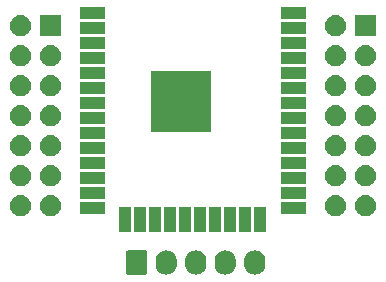
<source format=gbr>
G04 #@! TF.GenerationSoftware,KiCad,Pcbnew,6.0.0-rc1-unknown-bb2e402~66~ubuntu18.04.1*
G04 #@! TF.CreationDate,2019-04-16T15:47:46+02:00
G04 #@! TF.ProjectId,PentaESPConverter,50656e74-6145-4535-9043-6f6e76657274,rev?*
G04 #@! TF.SameCoordinates,Original*
G04 #@! TF.FileFunction,Soldermask,Top*
G04 #@! TF.FilePolarity,Negative*
%FSLAX46Y46*%
G04 Gerber Fmt 4.6, Leading zero omitted, Abs format (unit mm)*
G04 Created by KiCad (PCBNEW 6.0.0-rc1-unknown-bb2e402~66~ubuntu18.04.1) date Di 16 Apr 2019 15:47:46 CEST*
%MOMM*%
%LPD*%
G04 APERTURE LIST*
%ADD10C,0.100000*%
G04 APERTURE END LIST*
D10*
G36*
X133169126Y-118621037D02*
G01*
X133282352Y-118655384D01*
X133338966Y-118672557D01*
X133495489Y-118756221D01*
X133632686Y-118868814D01*
X133715948Y-118970271D01*
X133745278Y-119006009D01*
X133745279Y-119006011D01*
X133828943Y-119162533D01*
X133846116Y-119219147D01*
X133880463Y-119332373D01*
X133893500Y-119464742D01*
X133893500Y-119803257D01*
X133880463Y-119935626D01*
X133828943Y-120105466D01*
X133745278Y-120261991D01*
X133745277Y-120261992D01*
X133632686Y-120399186D01*
X133537751Y-120477096D01*
X133495491Y-120511778D01*
X133495489Y-120511779D01*
X133338967Y-120595443D01*
X133298234Y-120607799D01*
X133169127Y-120646963D01*
X132992500Y-120664359D01*
X132815874Y-120646963D01*
X132686767Y-120607799D01*
X132646034Y-120595443D01*
X132489512Y-120511779D01*
X132489510Y-120511778D01*
X132352316Y-120399186D01*
X132352312Y-120399183D01*
X132239722Y-120261992D01*
X132156057Y-120105467D01*
X132138884Y-120048853D01*
X132104537Y-119935627D01*
X132091500Y-119803258D01*
X132091500Y-119464743D01*
X132104537Y-119332374D01*
X132156057Y-119162535D01*
X132156057Y-119162534D01*
X132239721Y-119006011D01*
X132352314Y-118868814D01*
X132453771Y-118785552D01*
X132489509Y-118756222D01*
X132507413Y-118746652D01*
X132646033Y-118672557D01*
X132702647Y-118655384D01*
X132815873Y-118621037D01*
X132992500Y-118603641D01*
X133169126Y-118621037D01*
X133169126Y-118621037D01*
G37*
G36*
X135669126Y-118621037D02*
G01*
X135782352Y-118655384D01*
X135838966Y-118672557D01*
X135995489Y-118756221D01*
X136132686Y-118868814D01*
X136215948Y-118970271D01*
X136245278Y-119006009D01*
X136245279Y-119006011D01*
X136328943Y-119162533D01*
X136346116Y-119219147D01*
X136380463Y-119332373D01*
X136393500Y-119464742D01*
X136393500Y-119803257D01*
X136380463Y-119935626D01*
X136328943Y-120105466D01*
X136245278Y-120261991D01*
X136245277Y-120261992D01*
X136132686Y-120399186D01*
X136037751Y-120477096D01*
X135995491Y-120511778D01*
X135995489Y-120511779D01*
X135838967Y-120595443D01*
X135798234Y-120607799D01*
X135669127Y-120646963D01*
X135492500Y-120664359D01*
X135315874Y-120646963D01*
X135186767Y-120607799D01*
X135146034Y-120595443D01*
X134989512Y-120511779D01*
X134989510Y-120511778D01*
X134852316Y-120399186D01*
X134852312Y-120399183D01*
X134739722Y-120261992D01*
X134656057Y-120105467D01*
X134638884Y-120048853D01*
X134604537Y-119935627D01*
X134591500Y-119803258D01*
X134591500Y-119464743D01*
X134604537Y-119332374D01*
X134656057Y-119162535D01*
X134656057Y-119162534D01*
X134739721Y-119006011D01*
X134852314Y-118868814D01*
X134953771Y-118785552D01*
X134989509Y-118756222D01*
X135007413Y-118746652D01*
X135146033Y-118672557D01*
X135202647Y-118655384D01*
X135315873Y-118621037D01*
X135492500Y-118603641D01*
X135669126Y-118621037D01*
X135669126Y-118621037D01*
G37*
G36*
X140669126Y-118621037D02*
G01*
X140782352Y-118655384D01*
X140838966Y-118672557D01*
X140995489Y-118756221D01*
X141132686Y-118868814D01*
X141215948Y-118970271D01*
X141245278Y-119006009D01*
X141245279Y-119006011D01*
X141328943Y-119162533D01*
X141346116Y-119219147D01*
X141380463Y-119332373D01*
X141393500Y-119464742D01*
X141393500Y-119803257D01*
X141380463Y-119935626D01*
X141328943Y-120105466D01*
X141245278Y-120261991D01*
X141245277Y-120261992D01*
X141132686Y-120399186D01*
X141037751Y-120477096D01*
X140995491Y-120511778D01*
X140995489Y-120511779D01*
X140838967Y-120595443D01*
X140798234Y-120607799D01*
X140669127Y-120646963D01*
X140492500Y-120664359D01*
X140315874Y-120646963D01*
X140186767Y-120607799D01*
X140146034Y-120595443D01*
X139989512Y-120511779D01*
X139989510Y-120511778D01*
X139852316Y-120399186D01*
X139852312Y-120399183D01*
X139739722Y-120261992D01*
X139656057Y-120105467D01*
X139638884Y-120048853D01*
X139604537Y-119935627D01*
X139591500Y-119803258D01*
X139591500Y-119464743D01*
X139604537Y-119332374D01*
X139656057Y-119162535D01*
X139656057Y-119162534D01*
X139739721Y-119006011D01*
X139852314Y-118868814D01*
X139953771Y-118785552D01*
X139989509Y-118756222D01*
X140007413Y-118746652D01*
X140146033Y-118672557D01*
X140202647Y-118655384D01*
X140315873Y-118621037D01*
X140492500Y-118603641D01*
X140669126Y-118621037D01*
X140669126Y-118621037D01*
G37*
G36*
X138169126Y-118621037D02*
G01*
X138282352Y-118655384D01*
X138338966Y-118672557D01*
X138495489Y-118756221D01*
X138632686Y-118868814D01*
X138715948Y-118970271D01*
X138745278Y-119006009D01*
X138745279Y-119006011D01*
X138828943Y-119162533D01*
X138846116Y-119219147D01*
X138880463Y-119332373D01*
X138893500Y-119464742D01*
X138893500Y-119803257D01*
X138880463Y-119935626D01*
X138828943Y-120105466D01*
X138745278Y-120261991D01*
X138745277Y-120261992D01*
X138632686Y-120399186D01*
X138537751Y-120477096D01*
X138495491Y-120511778D01*
X138495489Y-120511779D01*
X138338967Y-120595443D01*
X138298234Y-120607799D01*
X138169127Y-120646963D01*
X137992500Y-120664359D01*
X137815874Y-120646963D01*
X137686767Y-120607799D01*
X137646034Y-120595443D01*
X137489512Y-120511779D01*
X137489510Y-120511778D01*
X137352316Y-120399186D01*
X137352312Y-120399183D01*
X137239722Y-120261992D01*
X137156057Y-120105467D01*
X137138884Y-120048853D01*
X137104537Y-119935627D01*
X137091500Y-119803258D01*
X137091500Y-119464743D01*
X137104537Y-119332374D01*
X137156057Y-119162535D01*
X137156057Y-119162534D01*
X137239721Y-119006011D01*
X137352314Y-118868814D01*
X137453771Y-118785552D01*
X137489509Y-118756222D01*
X137507413Y-118746652D01*
X137646033Y-118672557D01*
X137702647Y-118655384D01*
X137815873Y-118621037D01*
X137992500Y-118603641D01*
X138169126Y-118621037D01*
X138169126Y-118621037D01*
G37*
G36*
X131251100Y-118611989D02*
G01*
X131284149Y-118622014D01*
X131314606Y-118638294D01*
X131341299Y-118660201D01*
X131363206Y-118686894D01*
X131379486Y-118717351D01*
X131389511Y-118750400D01*
X131393500Y-118790904D01*
X131393500Y-120477096D01*
X131389511Y-120517600D01*
X131379486Y-120550649D01*
X131363206Y-120581106D01*
X131341299Y-120607799D01*
X131314606Y-120629706D01*
X131284149Y-120645986D01*
X131251100Y-120656011D01*
X131210596Y-120660000D01*
X129774404Y-120660000D01*
X129733900Y-120656011D01*
X129700851Y-120645986D01*
X129670394Y-120629706D01*
X129643701Y-120607799D01*
X129621794Y-120581106D01*
X129605514Y-120550649D01*
X129595489Y-120517600D01*
X129591500Y-120477096D01*
X129591500Y-118790904D01*
X129595489Y-118750400D01*
X129605514Y-118717351D01*
X129621794Y-118686894D01*
X129643701Y-118660201D01*
X129670394Y-118638294D01*
X129700851Y-118622014D01*
X129733900Y-118611989D01*
X129774404Y-118608000D01*
X131210596Y-118608000D01*
X131251100Y-118611989D01*
X131251100Y-118611989D01*
G37*
G36*
X140188501Y-117056001D02*
G01*
X139186501Y-117056001D01*
X139186501Y-114954001D01*
X140188501Y-114954001D01*
X140188501Y-117056001D01*
X140188501Y-117056001D01*
G37*
G36*
X130028501Y-117056001D02*
G01*
X129026501Y-117056001D01*
X129026501Y-114954001D01*
X130028501Y-114954001D01*
X130028501Y-117056001D01*
X130028501Y-117056001D01*
G37*
G36*
X131298501Y-117056001D02*
G01*
X130296501Y-117056001D01*
X130296501Y-114954001D01*
X131298501Y-114954001D01*
X131298501Y-117056001D01*
X131298501Y-117056001D01*
G37*
G36*
X132568501Y-117056001D02*
G01*
X131566501Y-117056001D01*
X131566501Y-114954001D01*
X132568501Y-114954001D01*
X132568501Y-117056001D01*
X132568501Y-117056001D01*
G37*
G36*
X133838501Y-117056001D02*
G01*
X132836501Y-117056001D01*
X132836501Y-114954001D01*
X133838501Y-114954001D01*
X133838501Y-117056001D01*
X133838501Y-117056001D01*
G37*
G36*
X135108501Y-117056001D02*
G01*
X134106501Y-117056001D01*
X134106501Y-114954001D01*
X135108501Y-114954001D01*
X135108501Y-117056001D01*
X135108501Y-117056001D01*
G37*
G36*
X136378501Y-117056001D02*
G01*
X135376501Y-117056001D01*
X135376501Y-114954001D01*
X136378501Y-114954001D01*
X136378501Y-117056001D01*
X136378501Y-117056001D01*
G37*
G36*
X137648501Y-117056001D02*
G01*
X136646501Y-117056001D01*
X136646501Y-114954001D01*
X137648501Y-114954001D01*
X137648501Y-117056001D01*
X137648501Y-117056001D01*
G37*
G36*
X138918501Y-117056001D02*
G01*
X137916501Y-117056001D01*
X137916501Y-114954001D01*
X138918501Y-114954001D01*
X138918501Y-117056001D01*
X138918501Y-117056001D01*
G37*
G36*
X141458501Y-117056001D02*
G01*
X140456501Y-117056001D01*
X140456501Y-114954001D01*
X141458501Y-114954001D01*
X141458501Y-117056001D01*
X141458501Y-117056001D01*
G37*
G36*
X149970442Y-113913518D02*
G01*
X150036627Y-113920037D01*
X150149853Y-113954384D01*
X150206467Y-113971557D01*
X150345087Y-114045652D01*
X150362991Y-114055222D01*
X150398729Y-114084552D01*
X150500186Y-114167814D01*
X150583448Y-114269271D01*
X150612778Y-114305009D01*
X150612779Y-114305011D01*
X150696443Y-114461533D01*
X150696443Y-114461534D01*
X150747963Y-114631373D01*
X150765359Y-114808000D01*
X150747963Y-114984627D01*
X150713616Y-115097853D01*
X150696443Y-115154467D01*
X150622348Y-115293087D01*
X150612778Y-115310991D01*
X150583448Y-115346729D01*
X150500186Y-115448186D01*
X150398729Y-115531448D01*
X150362991Y-115560778D01*
X150362989Y-115560779D01*
X150206467Y-115644443D01*
X150149853Y-115661616D01*
X150036627Y-115695963D01*
X149970442Y-115702482D01*
X149904260Y-115709000D01*
X149815740Y-115709000D01*
X149749558Y-115702482D01*
X149683373Y-115695963D01*
X149570147Y-115661616D01*
X149513533Y-115644443D01*
X149357011Y-115560779D01*
X149357009Y-115560778D01*
X149321271Y-115531448D01*
X149219814Y-115448186D01*
X149136552Y-115346729D01*
X149107222Y-115310991D01*
X149097652Y-115293087D01*
X149023557Y-115154467D01*
X149006384Y-115097853D01*
X148972037Y-114984627D01*
X148954641Y-114808000D01*
X148972037Y-114631373D01*
X149023557Y-114461534D01*
X149023557Y-114461533D01*
X149107221Y-114305011D01*
X149107222Y-114305009D01*
X149136552Y-114269271D01*
X149219814Y-114167814D01*
X149321271Y-114084552D01*
X149357009Y-114055222D01*
X149374913Y-114045652D01*
X149513533Y-113971557D01*
X149570147Y-113954384D01*
X149683373Y-113920037D01*
X149749558Y-113913518D01*
X149815740Y-113907000D01*
X149904260Y-113907000D01*
X149970442Y-113913518D01*
X149970442Y-113913518D01*
G37*
G36*
X147430442Y-113913518D02*
G01*
X147496627Y-113920037D01*
X147609853Y-113954384D01*
X147666467Y-113971557D01*
X147805087Y-114045652D01*
X147822991Y-114055222D01*
X147858729Y-114084552D01*
X147960186Y-114167814D01*
X148043448Y-114269271D01*
X148072778Y-114305009D01*
X148072779Y-114305011D01*
X148156443Y-114461533D01*
X148156443Y-114461534D01*
X148207963Y-114631373D01*
X148225359Y-114808000D01*
X148207963Y-114984627D01*
X148173616Y-115097853D01*
X148156443Y-115154467D01*
X148082348Y-115293087D01*
X148072778Y-115310991D01*
X148043448Y-115346729D01*
X147960186Y-115448186D01*
X147858729Y-115531448D01*
X147822991Y-115560778D01*
X147822989Y-115560779D01*
X147666467Y-115644443D01*
X147609853Y-115661616D01*
X147496627Y-115695963D01*
X147430442Y-115702482D01*
X147364260Y-115709000D01*
X147275740Y-115709000D01*
X147209558Y-115702482D01*
X147143373Y-115695963D01*
X147030147Y-115661616D01*
X146973533Y-115644443D01*
X146817011Y-115560779D01*
X146817009Y-115560778D01*
X146781271Y-115531448D01*
X146679814Y-115448186D01*
X146596552Y-115346729D01*
X146567222Y-115310991D01*
X146557652Y-115293087D01*
X146483557Y-115154467D01*
X146466384Y-115097853D01*
X146432037Y-114984627D01*
X146414641Y-114808000D01*
X146432037Y-114631373D01*
X146483557Y-114461534D01*
X146483557Y-114461533D01*
X146567221Y-114305011D01*
X146567222Y-114305009D01*
X146596552Y-114269271D01*
X146679814Y-114167814D01*
X146781271Y-114084552D01*
X146817009Y-114055222D01*
X146834913Y-114045652D01*
X146973533Y-113971557D01*
X147030147Y-113954384D01*
X147143373Y-113920037D01*
X147209558Y-113913518D01*
X147275740Y-113907000D01*
X147364260Y-113907000D01*
X147430442Y-113913518D01*
X147430442Y-113913518D01*
G37*
G36*
X123300442Y-113913518D02*
G01*
X123366627Y-113920037D01*
X123479853Y-113954384D01*
X123536467Y-113971557D01*
X123675087Y-114045652D01*
X123692991Y-114055222D01*
X123728729Y-114084552D01*
X123830186Y-114167814D01*
X123913448Y-114269271D01*
X123942778Y-114305009D01*
X123942779Y-114305011D01*
X124026443Y-114461533D01*
X124026443Y-114461534D01*
X124077963Y-114631373D01*
X124095359Y-114808000D01*
X124077963Y-114984627D01*
X124043616Y-115097853D01*
X124026443Y-115154467D01*
X123952348Y-115293087D01*
X123942778Y-115310991D01*
X123913448Y-115346729D01*
X123830186Y-115448186D01*
X123728729Y-115531448D01*
X123692991Y-115560778D01*
X123692989Y-115560779D01*
X123536467Y-115644443D01*
X123479853Y-115661616D01*
X123366627Y-115695963D01*
X123300442Y-115702482D01*
X123234260Y-115709000D01*
X123145740Y-115709000D01*
X123079558Y-115702482D01*
X123013373Y-115695963D01*
X122900147Y-115661616D01*
X122843533Y-115644443D01*
X122687011Y-115560779D01*
X122687009Y-115560778D01*
X122651271Y-115531448D01*
X122549814Y-115448186D01*
X122466552Y-115346729D01*
X122437222Y-115310991D01*
X122427652Y-115293087D01*
X122353557Y-115154467D01*
X122336384Y-115097853D01*
X122302037Y-114984627D01*
X122284641Y-114808000D01*
X122302037Y-114631373D01*
X122353557Y-114461534D01*
X122353557Y-114461533D01*
X122437221Y-114305011D01*
X122437222Y-114305009D01*
X122466552Y-114269271D01*
X122549814Y-114167814D01*
X122651271Y-114084552D01*
X122687009Y-114055222D01*
X122704913Y-114045652D01*
X122843533Y-113971557D01*
X122900147Y-113954384D01*
X123013373Y-113920037D01*
X123079558Y-113913518D01*
X123145740Y-113907000D01*
X123234260Y-113907000D01*
X123300442Y-113913518D01*
X123300442Y-113913518D01*
G37*
G36*
X120760442Y-113913518D02*
G01*
X120826627Y-113920037D01*
X120939853Y-113954384D01*
X120996467Y-113971557D01*
X121135087Y-114045652D01*
X121152991Y-114055222D01*
X121188729Y-114084552D01*
X121290186Y-114167814D01*
X121373448Y-114269271D01*
X121402778Y-114305009D01*
X121402779Y-114305011D01*
X121486443Y-114461533D01*
X121486443Y-114461534D01*
X121537963Y-114631373D01*
X121555359Y-114808000D01*
X121537963Y-114984627D01*
X121503616Y-115097853D01*
X121486443Y-115154467D01*
X121412348Y-115293087D01*
X121402778Y-115310991D01*
X121373448Y-115346729D01*
X121290186Y-115448186D01*
X121188729Y-115531448D01*
X121152991Y-115560778D01*
X121152989Y-115560779D01*
X120996467Y-115644443D01*
X120939853Y-115661616D01*
X120826627Y-115695963D01*
X120760442Y-115702482D01*
X120694260Y-115709000D01*
X120605740Y-115709000D01*
X120539558Y-115702482D01*
X120473373Y-115695963D01*
X120360147Y-115661616D01*
X120303533Y-115644443D01*
X120147011Y-115560779D01*
X120147009Y-115560778D01*
X120111271Y-115531448D01*
X120009814Y-115448186D01*
X119926552Y-115346729D01*
X119897222Y-115310991D01*
X119887652Y-115293087D01*
X119813557Y-115154467D01*
X119796384Y-115097853D01*
X119762037Y-114984627D01*
X119744641Y-114808000D01*
X119762037Y-114631373D01*
X119813557Y-114461534D01*
X119813557Y-114461533D01*
X119897221Y-114305011D01*
X119897222Y-114305009D01*
X119926552Y-114269271D01*
X120009814Y-114167814D01*
X120111271Y-114084552D01*
X120147009Y-114055222D01*
X120164913Y-114045652D01*
X120303533Y-113971557D01*
X120360147Y-113954384D01*
X120473373Y-113920037D01*
X120539558Y-113913518D01*
X120605740Y-113907000D01*
X120694260Y-113907000D01*
X120760442Y-113913518D01*
X120760442Y-113913518D01*
G37*
G36*
X127793501Y-115506001D02*
G01*
X125691501Y-115506001D01*
X125691501Y-114504001D01*
X127793501Y-114504001D01*
X127793501Y-115506001D01*
X127793501Y-115506001D01*
G37*
G36*
X144793501Y-115506001D02*
G01*
X142691501Y-115506001D01*
X142691501Y-114504001D01*
X144793501Y-114504001D01*
X144793501Y-115506001D01*
X144793501Y-115506001D01*
G37*
G36*
X127793501Y-114236001D02*
G01*
X125691501Y-114236001D01*
X125691501Y-113234001D01*
X127793501Y-113234001D01*
X127793501Y-114236001D01*
X127793501Y-114236001D01*
G37*
G36*
X144793501Y-114236001D02*
G01*
X142691501Y-114236001D01*
X142691501Y-113234001D01*
X144793501Y-113234001D01*
X144793501Y-114236001D01*
X144793501Y-114236001D01*
G37*
G36*
X120760443Y-111373519D02*
G01*
X120826627Y-111380037D01*
X120939853Y-111414384D01*
X120996467Y-111431557D01*
X121135087Y-111505652D01*
X121152991Y-111515222D01*
X121188729Y-111544552D01*
X121290186Y-111627814D01*
X121373448Y-111729271D01*
X121402778Y-111765009D01*
X121402779Y-111765011D01*
X121486443Y-111921533D01*
X121486443Y-111921534D01*
X121537963Y-112091373D01*
X121555359Y-112268000D01*
X121537963Y-112444627D01*
X121503616Y-112557853D01*
X121486443Y-112614467D01*
X121412348Y-112753087D01*
X121402778Y-112770991D01*
X121373448Y-112806729D01*
X121290186Y-112908186D01*
X121188729Y-112991448D01*
X121152991Y-113020778D01*
X121152989Y-113020779D01*
X120996467Y-113104443D01*
X120939853Y-113121616D01*
X120826627Y-113155963D01*
X120760442Y-113162482D01*
X120694260Y-113169000D01*
X120605740Y-113169000D01*
X120539558Y-113162482D01*
X120473373Y-113155963D01*
X120360147Y-113121616D01*
X120303533Y-113104443D01*
X120147011Y-113020779D01*
X120147009Y-113020778D01*
X120111271Y-112991448D01*
X120009814Y-112908186D01*
X119926552Y-112806729D01*
X119897222Y-112770991D01*
X119887652Y-112753087D01*
X119813557Y-112614467D01*
X119796384Y-112557853D01*
X119762037Y-112444627D01*
X119744641Y-112268000D01*
X119762037Y-112091373D01*
X119813557Y-111921534D01*
X119813557Y-111921533D01*
X119897221Y-111765011D01*
X119897222Y-111765009D01*
X119926552Y-111729271D01*
X120009814Y-111627814D01*
X120111271Y-111544552D01*
X120147009Y-111515222D01*
X120164913Y-111505652D01*
X120303533Y-111431557D01*
X120360147Y-111414384D01*
X120473373Y-111380037D01*
X120539557Y-111373519D01*
X120605740Y-111367000D01*
X120694260Y-111367000D01*
X120760443Y-111373519D01*
X120760443Y-111373519D01*
G37*
G36*
X123300443Y-111373519D02*
G01*
X123366627Y-111380037D01*
X123479853Y-111414384D01*
X123536467Y-111431557D01*
X123675087Y-111505652D01*
X123692991Y-111515222D01*
X123728729Y-111544552D01*
X123830186Y-111627814D01*
X123913448Y-111729271D01*
X123942778Y-111765009D01*
X123942779Y-111765011D01*
X124026443Y-111921533D01*
X124026443Y-111921534D01*
X124077963Y-112091373D01*
X124095359Y-112268000D01*
X124077963Y-112444627D01*
X124043616Y-112557853D01*
X124026443Y-112614467D01*
X123952348Y-112753087D01*
X123942778Y-112770991D01*
X123913448Y-112806729D01*
X123830186Y-112908186D01*
X123728729Y-112991448D01*
X123692991Y-113020778D01*
X123692989Y-113020779D01*
X123536467Y-113104443D01*
X123479853Y-113121616D01*
X123366627Y-113155963D01*
X123300442Y-113162482D01*
X123234260Y-113169000D01*
X123145740Y-113169000D01*
X123079558Y-113162482D01*
X123013373Y-113155963D01*
X122900147Y-113121616D01*
X122843533Y-113104443D01*
X122687011Y-113020779D01*
X122687009Y-113020778D01*
X122651271Y-112991448D01*
X122549814Y-112908186D01*
X122466552Y-112806729D01*
X122437222Y-112770991D01*
X122427652Y-112753087D01*
X122353557Y-112614467D01*
X122336384Y-112557853D01*
X122302037Y-112444627D01*
X122284641Y-112268000D01*
X122302037Y-112091373D01*
X122353557Y-111921534D01*
X122353557Y-111921533D01*
X122437221Y-111765011D01*
X122437222Y-111765009D01*
X122466552Y-111729271D01*
X122549814Y-111627814D01*
X122651271Y-111544552D01*
X122687009Y-111515222D01*
X122704913Y-111505652D01*
X122843533Y-111431557D01*
X122900147Y-111414384D01*
X123013373Y-111380037D01*
X123079557Y-111373519D01*
X123145740Y-111367000D01*
X123234260Y-111367000D01*
X123300443Y-111373519D01*
X123300443Y-111373519D01*
G37*
G36*
X147430443Y-111373519D02*
G01*
X147496627Y-111380037D01*
X147609853Y-111414384D01*
X147666467Y-111431557D01*
X147805087Y-111505652D01*
X147822991Y-111515222D01*
X147858729Y-111544552D01*
X147960186Y-111627814D01*
X148043448Y-111729271D01*
X148072778Y-111765009D01*
X148072779Y-111765011D01*
X148156443Y-111921533D01*
X148156443Y-111921534D01*
X148207963Y-112091373D01*
X148225359Y-112268000D01*
X148207963Y-112444627D01*
X148173616Y-112557853D01*
X148156443Y-112614467D01*
X148082348Y-112753087D01*
X148072778Y-112770991D01*
X148043448Y-112806729D01*
X147960186Y-112908186D01*
X147858729Y-112991448D01*
X147822991Y-113020778D01*
X147822989Y-113020779D01*
X147666467Y-113104443D01*
X147609853Y-113121616D01*
X147496627Y-113155963D01*
X147430442Y-113162482D01*
X147364260Y-113169000D01*
X147275740Y-113169000D01*
X147209558Y-113162482D01*
X147143373Y-113155963D01*
X147030147Y-113121616D01*
X146973533Y-113104443D01*
X146817011Y-113020779D01*
X146817009Y-113020778D01*
X146781271Y-112991448D01*
X146679814Y-112908186D01*
X146596552Y-112806729D01*
X146567222Y-112770991D01*
X146557652Y-112753087D01*
X146483557Y-112614467D01*
X146466384Y-112557853D01*
X146432037Y-112444627D01*
X146414641Y-112268000D01*
X146432037Y-112091373D01*
X146483557Y-111921534D01*
X146483557Y-111921533D01*
X146567221Y-111765011D01*
X146567222Y-111765009D01*
X146596552Y-111729271D01*
X146679814Y-111627814D01*
X146781271Y-111544552D01*
X146817009Y-111515222D01*
X146834913Y-111505652D01*
X146973533Y-111431557D01*
X147030147Y-111414384D01*
X147143373Y-111380037D01*
X147209557Y-111373519D01*
X147275740Y-111367000D01*
X147364260Y-111367000D01*
X147430443Y-111373519D01*
X147430443Y-111373519D01*
G37*
G36*
X149970443Y-111373519D02*
G01*
X150036627Y-111380037D01*
X150149853Y-111414384D01*
X150206467Y-111431557D01*
X150345087Y-111505652D01*
X150362991Y-111515222D01*
X150398729Y-111544552D01*
X150500186Y-111627814D01*
X150583448Y-111729271D01*
X150612778Y-111765009D01*
X150612779Y-111765011D01*
X150696443Y-111921533D01*
X150696443Y-111921534D01*
X150747963Y-112091373D01*
X150765359Y-112268000D01*
X150747963Y-112444627D01*
X150713616Y-112557853D01*
X150696443Y-112614467D01*
X150622348Y-112753087D01*
X150612778Y-112770991D01*
X150583448Y-112806729D01*
X150500186Y-112908186D01*
X150398729Y-112991448D01*
X150362991Y-113020778D01*
X150362989Y-113020779D01*
X150206467Y-113104443D01*
X150149853Y-113121616D01*
X150036627Y-113155963D01*
X149970442Y-113162482D01*
X149904260Y-113169000D01*
X149815740Y-113169000D01*
X149749558Y-113162482D01*
X149683373Y-113155963D01*
X149570147Y-113121616D01*
X149513533Y-113104443D01*
X149357011Y-113020779D01*
X149357009Y-113020778D01*
X149321271Y-112991448D01*
X149219814Y-112908186D01*
X149136552Y-112806729D01*
X149107222Y-112770991D01*
X149097652Y-112753087D01*
X149023557Y-112614467D01*
X149006384Y-112557853D01*
X148972037Y-112444627D01*
X148954641Y-112268000D01*
X148972037Y-112091373D01*
X149023557Y-111921534D01*
X149023557Y-111921533D01*
X149107221Y-111765011D01*
X149107222Y-111765009D01*
X149136552Y-111729271D01*
X149219814Y-111627814D01*
X149321271Y-111544552D01*
X149357009Y-111515222D01*
X149374913Y-111505652D01*
X149513533Y-111431557D01*
X149570147Y-111414384D01*
X149683373Y-111380037D01*
X149749557Y-111373519D01*
X149815740Y-111367000D01*
X149904260Y-111367000D01*
X149970443Y-111373519D01*
X149970443Y-111373519D01*
G37*
G36*
X144793501Y-112966001D02*
G01*
X142691501Y-112966001D01*
X142691501Y-111964001D01*
X144793501Y-111964001D01*
X144793501Y-112966001D01*
X144793501Y-112966001D01*
G37*
G36*
X127793501Y-112966001D02*
G01*
X125691501Y-112966001D01*
X125691501Y-111964001D01*
X127793501Y-111964001D01*
X127793501Y-112966001D01*
X127793501Y-112966001D01*
G37*
G36*
X144793501Y-111696001D02*
G01*
X142691501Y-111696001D01*
X142691501Y-110694001D01*
X144793501Y-110694001D01*
X144793501Y-111696001D01*
X144793501Y-111696001D01*
G37*
G36*
X127793501Y-111696001D02*
G01*
X125691501Y-111696001D01*
X125691501Y-110694001D01*
X127793501Y-110694001D01*
X127793501Y-111696001D01*
X127793501Y-111696001D01*
G37*
G36*
X120760443Y-108833519D02*
G01*
X120826627Y-108840037D01*
X120939853Y-108874384D01*
X120996467Y-108891557D01*
X121135087Y-108965652D01*
X121152991Y-108975222D01*
X121188729Y-109004552D01*
X121290186Y-109087814D01*
X121373448Y-109189271D01*
X121402778Y-109225009D01*
X121402779Y-109225011D01*
X121486443Y-109381533D01*
X121486443Y-109381534D01*
X121537963Y-109551373D01*
X121555359Y-109728000D01*
X121537963Y-109904627D01*
X121503616Y-110017853D01*
X121486443Y-110074467D01*
X121412348Y-110213087D01*
X121402778Y-110230991D01*
X121373448Y-110266729D01*
X121290186Y-110368186D01*
X121188729Y-110451448D01*
X121152991Y-110480778D01*
X121152989Y-110480779D01*
X120996467Y-110564443D01*
X120939853Y-110581616D01*
X120826627Y-110615963D01*
X120760442Y-110622482D01*
X120694260Y-110629000D01*
X120605740Y-110629000D01*
X120539558Y-110622482D01*
X120473373Y-110615963D01*
X120360147Y-110581616D01*
X120303533Y-110564443D01*
X120147011Y-110480779D01*
X120147009Y-110480778D01*
X120111271Y-110451448D01*
X120009814Y-110368186D01*
X119926552Y-110266729D01*
X119897222Y-110230991D01*
X119887652Y-110213087D01*
X119813557Y-110074467D01*
X119796384Y-110017853D01*
X119762037Y-109904627D01*
X119744641Y-109728000D01*
X119762037Y-109551373D01*
X119813557Y-109381534D01*
X119813557Y-109381533D01*
X119897221Y-109225011D01*
X119897222Y-109225009D01*
X119926552Y-109189271D01*
X120009814Y-109087814D01*
X120111271Y-109004552D01*
X120147009Y-108975222D01*
X120164913Y-108965652D01*
X120303533Y-108891557D01*
X120360147Y-108874384D01*
X120473373Y-108840037D01*
X120539557Y-108833519D01*
X120605740Y-108827000D01*
X120694260Y-108827000D01*
X120760443Y-108833519D01*
X120760443Y-108833519D01*
G37*
G36*
X147430443Y-108833519D02*
G01*
X147496627Y-108840037D01*
X147609853Y-108874384D01*
X147666467Y-108891557D01*
X147805087Y-108965652D01*
X147822991Y-108975222D01*
X147858729Y-109004552D01*
X147960186Y-109087814D01*
X148043448Y-109189271D01*
X148072778Y-109225009D01*
X148072779Y-109225011D01*
X148156443Y-109381533D01*
X148156443Y-109381534D01*
X148207963Y-109551373D01*
X148225359Y-109728000D01*
X148207963Y-109904627D01*
X148173616Y-110017853D01*
X148156443Y-110074467D01*
X148082348Y-110213087D01*
X148072778Y-110230991D01*
X148043448Y-110266729D01*
X147960186Y-110368186D01*
X147858729Y-110451448D01*
X147822991Y-110480778D01*
X147822989Y-110480779D01*
X147666467Y-110564443D01*
X147609853Y-110581616D01*
X147496627Y-110615963D01*
X147430442Y-110622482D01*
X147364260Y-110629000D01*
X147275740Y-110629000D01*
X147209558Y-110622482D01*
X147143373Y-110615963D01*
X147030147Y-110581616D01*
X146973533Y-110564443D01*
X146817011Y-110480779D01*
X146817009Y-110480778D01*
X146781271Y-110451448D01*
X146679814Y-110368186D01*
X146596552Y-110266729D01*
X146567222Y-110230991D01*
X146557652Y-110213087D01*
X146483557Y-110074467D01*
X146466384Y-110017853D01*
X146432037Y-109904627D01*
X146414641Y-109728000D01*
X146432037Y-109551373D01*
X146483557Y-109381534D01*
X146483557Y-109381533D01*
X146567221Y-109225011D01*
X146567222Y-109225009D01*
X146596552Y-109189271D01*
X146679814Y-109087814D01*
X146781271Y-109004552D01*
X146817009Y-108975222D01*
X146834913Y-108965652D01*
X146973533Y-108891557D01*
X147030147Y-108874384D01*
X147143373Y-108840037D01*
X147209557Y-108833519D01*
X147275740Y-108827000D01*
X147364260Y-108827000D01*
X147430443Y-108833519D01*
X147430443Y-108833519D01*
G37*
G36*
X149970443Y-108833519D02*
G01*
X150036627Y-108840037D01*
X150149853Y-108874384D01*
X150206467Y-108891557D01*
X150345087Y-108965652D01*
X150362991Y-108975222D01*
X150398729Y-109004552D01*
X150500186Y-109087814D01*
X150583448Y-109189271D01*
X150612778Y-109225009D01*
X150612779Y-109225011D01*
X150696443Y-109381533D01*
X150696443Y-109381534D01*
X150747963Y-109551373D01*
X150765359Y-109728000D01*
X150747963Y-109904627D01*
X150713616Y-110017853D01*
X150696443Y-110074467D01*
X150622348Y-110213087D01*
X150612778Y-110230991D01*
X150583448Y-110266729D01*
X150500186Y-110368186D01*
X150398729Y-110451448D01*
X150362991Y-110480778D01*
X150362989Y-110480779D01*
X150206467Y-110564443D01*
X150149853Y-110581616D01*
X150036627Y-110615963D01*
X149970442Y-110622482D01*
X149904260Y-110629000D01*
X149815740Y-110629000D01*
X149749558Y-110622482D01*
X149683373Y-110615963D01*
X149570147Y-110581616D01*
X149513533Y-110564443D01*
X149357011Y-110480779D01*
X149357009Y-110480778D01*
X149321271Y-110451448D01*
X149219814Y-110368186D01*
X149136552Y-110266729D01*
X149107222Y-110230991D01*
X149097652Y-110213087D01*
X149023557Y-110074467D01*
X149006384Y-110017853D01*
X148972037Y-109904627D01*
X148954641Y-109728000D01*
X148972037Y-109551373D01*
X149023557Y-109381534D01*
X149023557Y-109381533D01*
X149107221Y-109225011D01*
X149107222Y-109225009D01*
X149136552Y-109189271D01*
X149219814Y-109087814D01*
X149321271Y-109004552D01*
X149357009Y-108975222D01*
X149374913Y-108965652D01*
X149513533Y-108891557D01*
X149570147Y-108874384D01*
X149683373Y-108840037D01*
X149749557Y-108833519D01*
X149815740Y-108827000D01*
X149904260Y-108827000D01*
X149970443Y-108833519D01*
X149970443Y-108833519D01*
G37*
G36*
X123300443Y-108833519D02*
G01*
X123366627Y-108840037D01*
X123479853Y-108874384D01*
X123536467Y-108891557D01*
X123675087Y-108965652D01*
X123692991Y-108975222D01*
X123728729Y-109004552D01*
X123830186Y-109087814D01*
X123913448Y-109189271D01*
X123942778Y-109225009D01*
X123942779Y-109225011D01*
X124026443Y-109381533D01*
X124026443Y-109381534D01*
X124077963Y-109551373D01*
X124095359Y-109728000D01*
X124077963Y-109904627D01*
X124043616Y-110017853D01*
X124026443Y-110074467D01*
X123952348Y-110213087D01*
X123942778Y-110230991D01*
X123913448Y-110266729D01*
X123830186Y-110368186D01*
X123728729Y-110451448D01*
X123692991Y-110480778D01*
X123692989Y-110480779D01*
X123536467Y-110564443D01*
X123479853Y-110581616D01*
X123366627Y-110615963D01*
X123300442Y-110622482D01*
X123234260Y-110629000D01*
X123145740Y-110629000D01*
X123079558Y-110622482D01*
X123013373Y-110615963D01*
X122900147Y-110581616D01*
X122843533Y-110564443D01*
X122687011Y-110480779D01*
X122687009Y-110480778D01*
X122651271Y-110451448D01*
X122549814Y-110368186D01*
X122466552Y-110266729D01*
X122437222Y-110230991D01*
X122427652Y-110213087D01*
X122353557Y-110074467D01*
X122336384Y-110017853D01*
X122302037Y-109904627D01*
X122284641Y-109728000D01*
X122302037Y-109551373D01*
X122353557Y-109381534D01*
X122353557Y-109381533D01*
X122437221Y-109225011D01*
X122437222Y-109225009D01*
X122466552Y-109189271D01*
X122549814Y-109087814D01*
X122651271Y-109004552D01*
X122687009Y-108975222D01*
X122704913Y-108965652D01*
X122843533Y-108891557D01*
X122900147Y-108874384D01*
X123013373Y-108840037D01*
X123079557Y-108833519D01*
X123145740Y-108827000D01*
X123234260Y-108827000D01*
X123300443Y-108833519D01*
X123300443Y-108833519D01*
G37*
G36*
X127793501Y-110426001D02*
G01*
X125691501Y-110426001D01*
X125691501Y-109424001D01*
X127793501Y-109424001D01*
X127793501Y-110426001D01*
X127793501Y-110426001D01*
G37*
G36*
X144793501Y-110426001D02*
G01*
X142691501Y-110426001D01*
X142691501Y-109424001D01*
X144793501Y-109424001D01*
X144793501Y-110426001D01*
X144793501Y-110426001D01*
G37*
G36*
X144793501Y-109156001D02*
G01*
X142691501Y-109156001D01*
X142691501Y-108154001D01*
X144793501Y-108154001D01*
X144793501Y-109156001D01*
X144793501Y-109156001D01*
G37*
G36*
X127793501Y-109156001D02*
G01*
X125691501Y-109156001D01*
X125691501Y-108154001D01*
X127793501Y-108154001D01*
X127793501Y-109156001D01*
X127793501Y-109156001D01*
G37*
G36*
X136793501Y-108546001D02*
G01*
X131691501Y-108546001D01*
X131691501Y-103444001D01*
X136793501Y-103444001D01*
X136793501Y-108546001D01*
X136793501Y-108546001D01*
G37*
G36*
X123300442Y-106293518D02*
G01*
X123366627Y-106300037D01*
X123479853Y-106334384D01*
X123536467Y-106351557D01*
X123675087Y-106425652D01*
X123692991Y-106435222D01*
X123728729Y-106464552D01*
X123830186Y-106547814D01*
X123913448Y-106649271D01*
X123942778Y-106685009D01*
X123942779Y-106685011D01*
X124026443Y-106841533D01*
X124026443Y-106841534D01*
X124077963Y-107011373D01*
X124095359Y-107188000D01*
X124077963Y-107364627D01*
X124043616Y-107477853D01*
X124026443Y-107534467D01*
X123952348Y-107673087D01*
X123942778Y-107690991D01*
X123913448Y-107726729D01*
X123830186Y-107828186D01*
X123728729Y-107911448D01*
X123692991Y-107940778D01*
X123692989Y-107940779D01*
X123536467Y-108024443D01*
X123479853Y-108041616D01*
X123366627Y-108075963D01*
X123300442Y-108082482D01*
X123234260Y-108089000D01*
X123145740Y-108089000D01*
X123079558Y-108082482D01*
X123013373Y-108075963D01*
X122900147Y-108041616D01*
X122843533Y-108024443D01*
X122687011Y-107940779D01*
X122687009Y-107940778D01*
X122651271Y-107911448D01*
X122549814Y-107828186D01*
X122466552Y-107726729D01*
X122437222Y-107690991D01*
X122427652Y-107673087D01*
X122353557Y-107534467D01*
X122336384Y-107477853D01*
X122302037Y-107364627D01*
X122284641Y-107188000D01*
X122302037Y-107011373D01*
X122353557Y-106841534D01*
X122353557Y-106841533D01*
X122437221Y-106685011D01*
X122437222Y-106685009D01*
X122466552Y-106649271D01*
X122549814Y-106547814D01*
X122651271Y-106464552D01*
X122687009Y-106435222D01*
X122704913Y-106425652D01*
X122843533Y-106351557D01*
X122900147Y-106334384D01*
X123013373Y-106300037D01*
X123079558Y-106293518D01*
X123145740Y-106287000D01*
X123234260Y-106287000D01*
X123300442Y-106293518D01*
X123300442Y-106293518D01*
G37*
G36*
X147430442Y-106293518D02*
G01*
X147496627Y-106300037D01*
X147609853Y-106334384D01*
X147666467Y-106351557D01*
X147805087Y-106425652D01*
X147822991Y-106435222D01*
X147858729Y-106464552D01*
X147960186Y-106547814D01*
X148043448Y-106649271D01*
X148072778Y-106685009D01*
X148072779Y-106685011D01*
X148156443Y-106841533D01*
X148156443Y-106841534D01*
X148207963Y-107011373D01*
X148225359Y-107188000D01*
X148207963Y-107364627D01*
X148173616Y-107477853D01*
X148156443Y-107534467D01*
X148082348Y-107673087D01*
X148072778Y-107690991D01*
X148043448Y-107726729D01*
X147960186Y-107828186D01*
X147858729Y-107911448D01*
X147822991Y-107940778D01*
X147822989Y-107940779D01*
X147666467Y-108024443D01*
X147609853Y-108041616D01*
X147496627Y-108075963D01*
X147430442Y-108082482D01*
X147364260Y-108089000D01*
X147275740Y-108089000D01*
X147209558Y-108082482D01*
X147143373Y-108075963D01*
X147030147Y-108041616D01*
X146973533Y-108024443D01*
X146817011Y-107940779D01*
X146817009Y-107940778D01*
X146781271Y-107911448D01*
X146679814Y-107828186D01*
X146596552Y-107726729D01*
X146567222Y-107690991D01*
X146557652Y-107673087D01*
X146483557Y-107534467D01*
X146466384Y-107477853D01*
X146432037Y-107364627D01*
X146414641Y-107188000D01*
X146432037Y-107011373D01*
X146483557Y-106841534D01*
X146483557Y-106841533D01*
X146567221Y-106685011D01*
X146567222Y-106685009D01*
X146596552Y-106649271D01*
X146679814Y-106547814D01*
X146781271Y-106464552D01*
X146817009Y-106435222D01*
X146834913Y-106425652D01*
X146973533Y-106351557D01*
X147030147Y-106334384D01*
X147143373Y-106300037D01*
X147209558Y-106293518D01*
X147275740Y-106287000D01*
X147364260Y-106287000D01*
X147430442Y-106293518D01*
X147430442Y-106293518D01*
G37*
G36*
X120760442Y-106293518D02*
G01*
X120826627Y-106300037D01*
X120939853Y-106334384D01*
X120996467Y-106351557D01*
X121135087Y-106425652D01*
X121152991Y-106435222D01*
X121188729Y-106464552D01*
X121290186Y-106547814D01*
X121373448Y-106649271D01*
X121402778Y-106685009D01*
X121402779Y-106685011D01*
X121486443Y-106841533D01*
X121486443Y-106841534D01*
X121537963Y-107011373D01*
X121555359Y-107188000D01*
X121537963Y-107364627D01*
X121503616Y-107477853D01*
X121486443Y-107534467D01*
X121412348Y-107673087D01*
X121402778Y-107690991D01*
X121373448Y-107726729D01*
X121290186Y-107828186D01*
X121188729Y-107911448D01*
X121152991Y-107940778D01*
X121152989Y-107940779D01*
X120996467Y-108024443D01*
X120939853Y-108041616D01*
X120826627Y-108075963D01*
X120760442Y-108082482D01*
X120694260Y-108089000D01*
X120605740Y-108089000D01*
X120539558Y-108082482D01*
X120473373Y-108075963D01*
X120360147Y-108041616D01*
X120303533Y-108024443D01*
X120147011Y-107940779D01*
X120147009Y-107940778D01*
X120111271Y-107911448D01*
X120009814Y-107828186D01*
X119926552Y-107726729D01*
X119897222Y-107690991D01*
X119887652Y-107673087D01*
X119813557Y-107534467D01*
X119796384Y-107477853D01*
X119762037Y-107364627D01*
X119744641Y-107188000D01*
X119762037Y-107011373D01*
X119813557Y-106841534D01*
X119813557Y-106841533D01*
X119897221Y-106685011D01*
X119897222Y-106685009D01*
X119926552Y-106649271D01*
X120009814Y-106547814D01*
X120111271Y-106464552D01*
X120147009Y-106435222D01*
X120164913Y-106425652D01*
X120303533Y-106351557D01*
X120360147Y-106334384D01*
X120473373Y-106300037D01*
X120539558Y-106293518D01*
X120605740Y-106287000D01*
X120694260Y-106287000D01*
X120760442Y-106293518D01*
X120760442Y-106293518D01*
G37*
G36*
X149970442Y-106293518D02*
G01*
X150036627Y-106300037D01*
X150149853Y-106334384D01*
X150206467Y-106351557D01*
X150345087Y-106425652D01*
X150362991Y-106435222D01*
X150398729Y-106464552D01*
X150500186Y-106547814D01*
X150583448Y-106649271D01*
X150612778Y-106685009D01*
X150612779Y-106685011D01*
X150696443Y-106841533D01*
X150696443Y-106841534D01*
X150747963Y-107011373D01*
X150765359Y-107188000D01*
X150747963Y-107364627D01*
X150713616Y-107477853D01*
X150696443Y-107534467D01*
X150622348Y-107673087D01*
X150612778Y-107690991D01*
X150583448Y-107726729D01*
X150500186Y-107828186D01*
X150398729Y-107911448D01*
X150362991Y-107940778D01*
X150362989Y-107940779D01*
X150206467Y-108024443D01*
X150149853Y-108041616D01*
X150036627Y-108075963D01*
X149970442Y-108082482D01*
X149904260Y-108089000D01*
X149815740Y-108089000D01*
X149749558Y-108082482D01*
X149683373Y-108075963D01*
X149570147Y-108041616D01*
X149513533Y-108024443D01*
X149357011Y-107940779D01*
X149357009Y-107940778D01*
X149321271Y-107911448D01*
X149219814Y-107828186D01*
X149136552Y-107726729D01*
X149107222Y-107690991D01*
X149097652Y-107673087D01*
X149023557Y-107534467D01*
X149006384Y-107477853D01*
X148972037Y-107364627D01*
X148954641Y-107188000D01*
X148972037Y-107011373D01*
X149023557Y-106841534D01*
X149023557Y-106841533D01*
X149107221Y-106685011D01*
X149107222Y-106685009D01*
X149136552Y-106649271D01*
X149219814Y-106547814D01*
X149321271Y-106464552D01*
X149357009Y-106435222D01*
X149374913Y-106425652D01*
X149513533Y-106351557D01*
X149570147Y-106334384D01*
X149683373Y-106300037D01*
X149749558Y-106293518D01*
X149815740Y-106287000D01*
X149904260Y-106287000D01*
X149970442Y-106293518D01*
X149970442Y-106293518D01*
G37*
G36*
X144793501Y-107886001D02*
G01*
X142691501Y-107886001D01*
X142691501Y-106884001D01*
X144793501Y-106884001D01*
X144793501Y-107886001D01*
X144793501Y-107886001D01*
G37*
G36*
X127793501Y-107886001D02*
G01*
X125691501Y-107886001D01*
X125691501Y-106884001D01*
X127793501Y-106884001D01*
X127793501Y-107886001D01*
X127793501Y-107886001D01*
G37*
G36*
X144793501Y-106616001D02*
G01*
X142691501Y-106616001D01*
X142691501Y-105614001D01*
X144793501Y-105614001D01*
X144793501Y-106616001D01*
X144793501Y-106616001D01*
G37*
G36*
X127793501Y-106616001D02*
G01*
X125691501Y-106616001D01*
X125691501Y-105614001D01*
X127793501Y-105614001D01*
X127793501Y-106616001D01*
X127793501Y-106616001D01*
G37*
G36*
X147430442Y-103753518D02*
G01*
X147496627Y-103760037D01*
X147609853Y-103794384D01*
X147666467Y-103811557D01*
X147805087Y-103885652D01*
X147822991Y-103895222D01*
X147858729Y-103924552D01*
X147960186Y-104007814D01*
X148043448Y-104109271D01*
X148072778Y-104145009D01*
X148072779Y-104145011D01*
X148156443Y-104301533D01*
X148156443Y-104301534D01*
X148207963Y-104471373D01*
X148225359Y-104648000D01*
X148207963Y-104824627D01*
X148173616Y-104937853D01*
X148156443Y-104994467D01*
X148082348Y-105133087D01*
X148072778Y-105150991D01*
X148043448Y-105186729D01*
X147960186Y-105288186D01*
X147858729Y-105371448D01*
X147822991Y-105400778D01*
X147822989Y-105400779D01*
X147666467Y-105484443D01*
X147609853Y-105501616D01*
X147496627Y-105535963D01*
X147430442Y-105542482D01*
X147364260Y-105549000D01*
X147275740Y-105549000D01*
X147209558Y-105542482D01*
X147143373Y-105535963D01*
X147030147Y-105501616D01*
X146973533Y-105484443D01*
X146817011Y-105400779D01*
X146817009Y-105400778D01*
X146781271Y-105371448D01*
X146679814Y-105288186D01*
X146596552Y-105186729D01*
X146567222Y-105150991D01*
X146557652Y-105133087D01*
X146483557Y-104994467D01*
X146466384Y-104937853D01*
X146432037Y-104824627D01*
X146414641Y-104648000D01*
X146432037Y-104471373D01*
X146483557Y-104301534D01*
X146483557Y-104301533D01*
X146567221Y-104145011D01*
X146567222Y-104145009D01*
X146596552Y-104109271D01*
X146679814Y-104007814D01*
X146781271Y-103924552D01*
X146817009Y-103895222D01*
X146834913Y-103885652D01*
X146973533Y-103811557D01*
X147030147Y-103794384D01*
X147143373Y-103760037D01*
X147209558Y-103753518D01*
X147275740Y-103747000D01*
X147364260Y-103747000D01*
X147430442Y-103753518D01*
X147430442Y-103753518D01*
G37*
G36*
X120760442Y-103753518D02*
G01*
X120826627Y-103760037D01*
X120939853Y-103794384D01*
X120996467Y-103811557D01*
X121135087Y-103885652D01*
X121152991Y-103895222D01*
X121188729Y-103924552D01*
X121290186Y-104007814D01*
X121373448Y-104109271D01*
X121402778Y-104145009D01*
X121402779Y-104145011D01*
X121486443Y-104301533D01*
X121486443Y-104301534D01*
X121537963Y-104471373D01*
X121555359Y-104648000D01*
X121537963Y-104824627D01*
X121503616Y-104937853D01*
X121486443Y-104994467D01*
X121412348Y-105133087D01*
X121402778Y-105150991D01*
X121373448Y-105186729D01*
X121290186Y-105288186D01*
X121188729Y-105371448D01*
X121152991Y-105400778D01*
X121152989Y-105400779D01*
X120996467Y-105484443D01*
X120939853Y-105501616D01*
X120826627Y-105535963D01*
X120760442Y-105542482D01*
X120694260Y-105549000D01*
X120605740Y-105549000D01*
X120539558Y-105542482D01*
X120473373Y-105535963D01*
X120360147Y-105501616D01*
X120303533Y-105484443D01*
X120147011Y-105400779D01*
X120147009Y-105400778D01*
X120111271Y-105371448D01*
X120009814Y-105288186D01*
X119926552Y-105186729D01*
X119897222Y-105150991D01*
X119887652Y-105133087D01*
X119813557Y-104994467D01*
X119796384Y-104937853D01*
X119762037Y-104824627D01*
X119744641Y-104648000D01*
X119762037Y-104471373D01*
X119813557Y-104301534D01*
X119813557Y-104301533D01*
X119897221Y-104145011D01*
X119897222Y-104145009D01*
X119926552Y-104109271D01*
X120009814Y-104007814D01*
X120111271Y-103924552D01*
X120147009Y-103895222D01*
X120164913Y-103885652D01*
X120303533Y-103811557D01*
X120360147Y-103794384D01*
X120473373Y-103760037D01*
X120539558Y-103753518D01*
X120605740Y-103747000D01*
X120694260Y-103747000D01*
X120760442Y-103753518D01*
X120760442Y-103753518D01*
G37*
G36*
X123300442Y-103753518D02*
G01*
X123366627Y-103760037D01*
X123479853Y-103794384D01*
X123536467Y-103811557D01*
X123675087Y-103885652D01*
X123692991Y-103895222D01*
X123728729Y-103924552D01*
X123830186Y-104007814D01*
X123913448Y-104109271D01*
X123942778Y-104145009D01*
X123942779Y-104145011D01*
X124026443Y-104301533D01*
X124026443Y-104301534D01*
X124077963Y-104471373D01*
X124095359Y-104648000D01*
X124077963Y-104824627D01*
X124043616Y-104937853D01*
X124026443Y-104994467D01*
X123952348Y-105133087D01*
X123942778Y-105150991D01*
X123913448Y-105186729D01*
X123830186Y-105288186D01*
X123728729Y-105371448D01*
X123692991Y-105400778D01*
X123692989Y-105400779D01*
X123536467Y-105484443D01*
X123479853Y-105501616D01*
X123366627Y-105535963D01*
X123300442Y-105542482D01*
X123234260Y-105549000D01*
X123145740Y-105549000D01*
X123079558Y-105542482D01*
X123013373Y-105535963D01*
X122900147Y-105501616D01*
X122843533Y-105484443D01*
X122687011Y-105400779D01*
X122687009Y-105400778D01*
X122651271Y-105371448D01*
X122549814Y-105288186D01*
X122466552Y-105186729D01*
X122437222Y-105150991D01*
X122427652Y-105133087D01*
X122353557Y-104994467D01*
X122336384Y-104937853D01*
X122302037Y-104824627D01*
X122284641Y-104648000D01*
X122302037Y-104471373D01*
X122353557Y-104301534D01*
X122353557Y-104301533D01*
X122437221Y-104145011D01*
X122437222Y-104145009D01*
X122466552Y-104109271D01*
X122549814Y-104007814D01*
X122651271Y-103924552D01*
X122687009Y-103895222D01*
X122704913Y-103885652D01*
X122843533Y-103811557D01*
X122900147Y-103794384D01*
X123013373Y-103760037D01*
X123079558Y-103753518D01*
X123145740Y-103747000D01*
X123234260Y-103747000D01*
X123300442Y-103753518D01*
X123300442Y-103753518D01*
G37*
G36*
X149970442Y-103753518D02*
G01*
X150036627Y-103760037D01*
X150149853Y-103794384D01*
X150206467Y-103811557D01*
X150345087Y-103885652D01*
X150362991Y-103895222D01*
X150398729Y-103924552D01*
X150500186Y-104007814D01*
X150583448Y-104109271D01*
X150612778Y-104145009D01*
X150612779Y-104145011D01*
X150696443Y-104301533D01*
X150696443Y-104301534D01*
X150747963Y-104471373D01*
X150765359Y-104648000D01*
X150747963Y-104824627D01*
X150713616Y-104937853D01*
X150696443Y-104994467D01*
X150622348Y-105133087D01*
X150612778Y-105150991D01*
X150583448Y-105186729D01*
X150500186Y-105288186D01*
X150398729Y-105371448D01*
X150362991Y-105400778D01*
X150362989Y-105400779D01*
X150206467Y-105484443D01*
X150149853Y-105501616D01*
X150036627Y-105535963D01*
X149970442Y-105542482D01*
X149904260Y-105549000D01*
X149815740Y-105549000D01*
X149749558Y-105542482D01*
X149683373Y-105535963D01*
X149570147Y-105501616D01*
X149513533Y-105484443D01*
X149357011Y-105400779D01*
X149357009Y-105400778D01*
X149321271Y-105371448D01*
X149219814Y-105288186D01*
X149136552Y-105186729D01*
X149107222Y-105150991D01*
X149097652Y-105133087D01*
X149023557Y-104994467D01*
X149006384Y-104937853D01*
X148972037Y-104824627D01*
X148954641Y-104648000D01*
X148972037Y-104471373D01*
X149023557Y-104301534D01*
X149023557Y-104301533D01*
X149107221Y-104145011D01*
X149107222Y-104145009D01*
X149136552Y-104109271D01*
X149219814Y-104007814D01*
X149321271Y-103924552D01*
X149357009Y-103895222D01*
X149374913Y-103885652D01*
X149513533Y-103811557D01*
X149570147Y-103794384D01*
X149683373Y-103760037D01*
X149749558Y-103753518D01*
X149815740Y-103747000D01*
X149904260Y-103747000D01*
X149970442Y-103753518D01*
X149970442Y-103753518D01*
G37*
G36*
X144793501Y-105346001D02*
G01*
X142691501Y-105346001D01*
X142691501Y-104344001D01*
X144793501Y-104344001D01*
X144793501Y-105346001D01*
X144793501Y-105346001D01*
G37*
G36*
X127793501Y-105346001D02*
G01*
X125691501Y-105346001D01*
X125691501Y-104344001D01*
X127793501Y-104344001D01*
X127793501Y-105346001D01*
X127793501Y-105346001D01*
G37*
G36*
X144793501Y-104076001D02*
G01*
X142691501Y-104076001D01*
X142691501Y-103074001D01*
X144793501Y-103074001D01*
X144793501Y-104076001D01*
X144793501Y-104076001D01*
G37*
G36*
X127793501Y-104076001D02*
G01*
X125691501Y-104076001D01*
X125691501Y-103074001D01*
X127793501Y-103074001D01*
X127793501Y-104076001D01*
X127793501Y-104076001D01*
G37*
G36*
X147430442Y-101213518D02*
G01*
X147496627Y-101220037D01*
X147609853Y-101254384D01*
X147666467Y-101271557D01*
X147805087Y-101345652D01*
X147822991Y-101355222D01*
X147858729Y-101384552D01*
X147960186Y-101467814D01*
X148043448Y-101569271D01*
X148072778Y-101605009D01*
X148072779Y-101605011D01*
X148156443Y-101761533D01*
X148156443Y-101761534D01*
X148207963Y-101931373D01*
X148225359Y-102108000D01*
X148207963Y-102284627D01*
X148173616Y-102397853D01*
X148156443Y-102454467D01*
X148082348Y-102593087D01*
X148072778Y-102610991D01*
X148043448Y-102646729D01*
X147960186Y-102748186D01*
X147858729Y-102831448D01*
X147822991Y-102860778D01*
X147822989Y-102860779D01*
X147666467Y-102944443D01*
X147609853Y-102961616D01*
X147496627Y-102995963D01*
X147430443Y-103002481D01*
X147364260Y-103009000D01*
X147275740Y-103009000D01*
X147209558Y-103002482D01*
X147143373Y-102995963D01*
X147030147Y-102961616D01*
X146973533Y-102944443D01*
X146817011Y-102860779D01*
X146817009Y-102860778D01*
X146781271Y-102831448D01*
X146679814Y-102748186D01*
X146596552Y-102646729D01*
X146567222Y-102610991D01*
X146557652Y-102593087D01*
X146483557Y-102454467D01*
X146466384Y-102397853D01*
X146432037Y-102284627D01*
X146414641Y-102108000D01*
X146432037Y-101931373D01*
X146483557Y-101761534D01*
X146483557Y-101761533D01*
X146567221Y-101605011D01*
X146567222Y-101605009D01*
X146596552Y-101569271D01*
X146679814Y-101467814D01*
X146781271Y-101384552D01*
X146817009Y-101355222D01*
X146834913Y-101345652D01*
X146973533Y-101271557D01*
X147030147Y-101254384D01*
X147143373Y-101220037D01*
X147209557Y-101213519D01*
X147275740Y-101207000D01*
X147364260Y-101207000D01*
X147430442Y-101213518D01*
X147430442Y-101213518D01*
G37*
G36*
X149970442Y-101213518D02*
G01*
X150036627Y-101220037D01*
X150149853Y-101254384D01*
X150206467Y-101271557D01*
X150345087Y-101345652D01*
X150362991Y-101355222D01*
X150398729Y-101384552D01*
X150500186Y-101467814D01*
X150583448Y-101569271D01*
X150612778Y-101605009D01*
X150612779Y-101605011D01*
X150696443Y-101761533D01*
X150696443Y-101761534D01*
X150747963Y-101931373D01*
X150765359Y-102108000D01*
X150747963Y-102284627D01*
X150713616Y-102397853D01*
X150696443Y-102454467D01*
X150622348Y-102593087D01*
X150612778Y-102610991D01*
X150583448Y-102646729D01*
X150500186Y-102748186D01*
X150398729Y-102831448D01*
X150362991Y-102860778D01*
X150362989Y-102860779D01*
X150206467Y-102944443D01*
X150149853Y-102961616D01*
X150036627Y-102995963D01*
X149970443Y-103002481D01*
X149904260Y-103009000D01*
X149815740Y-103009000D01*
X149749558Y-103002482D01*
X149683373Y-102995963D01*
X149570147Y-102961616D01*
X149513533Y-102944443D01*
X149357011Y-102860779D01*
X149357009Y-102860778D01*
X149321271Y-102831448D01*
X149219814Y-102748186D01*
X149136552Y-102646729D01*
X149107222Y-102610991D01*
X149097652Y-102593087D01*
X149023557Y-102454467D01*
X149006384Y-102397853D01*
X148972037Y-102284627D01*
X148954641Y-102108000D01*
X148972037Y-101931373D01*
X149023557Y-101761534D01*
X149023557Y-101761533D01*
X149107221Y-101605011D01*
X149107222Y-101605009D01*
X149136552Y-101569271D01*
X149219814Y-101467814D01*
X149321271Y-101384552D01*
X149357009Y-101355222D01*
X149374913Y-101345652D01*
X149513533Y-101271557D01*
X149570147Y-101254384D01*
X149683373Y-101220037D01*
X149749557Y-101213519D01*
X149815740Y-101207000D01*
X149904260Y-101207000D01*
X149970442Y-101213518D01*
X149970442Y-101213518D01*
G37*
G36*
X120760442Y-101213518D02*
G01*
X120826627Y-101220037D01*
X120939853Y-101254384D01*
X120996467Y-101271557D01*
X121135087Y-101345652D01*
X121152991Y-101355222D01*
X121188729Y-101384552D01*
X121290186Y-101467814D01*
X121373448Y-101569271D01*
X121402778Y-101605009D01*
X121402779Y-101605011D01*
X121486443Y-101761533D01*
X121486443Y-101761534D01*
X121537963Y-101931373D01*
X121555359Y-102108000D01*
X121537963Y-102284627D01*
X121503616Y-102397853D01*
X121486443Y-102454467D01*
X121412348Y-102593087D01*
X121402778Y-102610991D01*
X121373448Y-102646729D01*
X121290186Y-102748186D01*
X121188729Y-102831448D01*
X121152991Y-102860778D01*
X121152989Y-102860779D01*
X120996467Y-102944443D01*
X120939853Y-102961616D01*
X120826627Y-102995963D01*
X120760443Y-103002481D01*
X120694260Y-103009000D01*
X120605740Y-103009000D01*
X120539558Y-103002482D01*
X120473373Y-102995963D01*
X120360147Y-102961616D01*
X120303533Y-102944443D01*
X120147011Y-102860779D01*
X120147009Y-102860778D01*
X120111271Y-102831448D01*
X120009814Y-102748186D01*
X119926552Y-102646729D01*
X119897222Y-102610991D01*
X119887652Y-102593087D01*
X119813557Y-102454467D01*
X119796384Y-102397853D01*
X119762037Y-102284627D01*
X119744641Y-102108000D01*
X119762037Y-101931373D01*
X119813557Y-101761534D01*
X119813557Y-101761533D01*
X119897221Y-101605011D01*
X119897222Y-101605009D01*
X119926552Y-101569271D01*
X120009814Y-101467814D01*
X120111271Y-101384552D01*
X120147009Y-101355222D01*
X120164913Y-101345652D01*
X120303533Y-101271557D01*
X120360147Y-101254384D01*
X120473373Y-101220037D01*
X120539557Y-101213519D01*
X120605740Y-101207000D01*
X120694260Y-101207000D01*
X120760442Y-101213518D01*
X120760442Y-101213518D01*
G37*
G36*
X123300442Y-101213518D02*
G01*
X123366627Y-101220037D01*
X123479853Y-101254384D01*
X123536467Y-101271557D01*
X123675087Y-101345652D01*
X123692991Y-101355222D01*
X123728729Y-101384552D01*
X123830186Y-101467814D01*
X123913448Y-101569271D01*
X123942778Y-101605009D01*
X123942779Y-101605011D01*
X124026443Y-101761533D01*
X124026443Y-101761534D01*
X124077963Y-101931373D01*
X124095359Y-102108000D01*
X124077963Y-102284627D01*
X124043616Y-102397853D01*
X124026443Y-102454467D01*
X123952348Y-102593087D01*
X123942778Y-102610991D01*
X123913448Y-102646729D01*
X123830186Y-102748186D01*
X123728729Y-102831448D01*
X123692991Y-102860778D01*
X123692989Y-102860779D01*
X123536467Y-102944443D01*
X123479853Y-102961616D01*
X123366627Y-102995963D01*
X123300443Y-103002481D01*
X123234260Y-103009000D01*
X123145740Y-103009000D01*
X123079558Y-103002482D01*
X123013373Y-102995963D01*
X122900147Y-102961616D01*
X122843533Y-102944443D01*
X122687011Y-102860779D01*
X122687009Y-102860778D01*
X122651271Y-102831448D01*
X122549814Y-102748186D01*
X122466552Y-102646729D01*
X122437222Y-102610991D01*
X122427652Y-102593087D01*
X122353557Y-102454467D01*
X122336384Y-102397853D01*
X122302037Y-102284627D01*
X122284641Y-102108000D01*
X122302037Y-101931373D01*
X122353557Y-101761534D01*
X122353557Y-101761533D01*
X122437221Y-101605011D01*
X122437222Y-101605009D01*
X122466552Y-101569271D01*
X122549814Y-101467814D01*
X122651271Y-101384552D01*
X122687009Y-101355222D01*
X122704913Y-101345652D01*
X122843533Y-101271557D01*
X122900147Y-101254384D01*
X123013373Y-101220037D01*
X123079557Y-101213519D01*
X123145740Y-101207000D01*
X123234260Y-101207000D01*
X123300442Y-101213518D01*
X123300442Y-101213518D01*
G37*
G36*
X127793501Y-102806001D02*
G01*
X125691501Y-102806001D01*
X125691501Y-101804001D01*
X127793501Y-101804001D01*
X127793501Y-102806001D01*
X127793501Y-102806001D01*
G37*
G36*
X144793501Y-102806001D02*
G01*
X142691501Y-102806001D01*
X142691501Y-101804001D01*
X144793501Y-101804001D01*
X144793501Y-102806001D01*
X144793501Y-102806001D01*
G37*
G36*
X127793501Y-101536001D02*
G01*
X125691501Y-101536001D01*
X125691501Y-100534001D01*
X127793501Y-100534001D01*
X127793501Y-101536001D01*
X127793501Y-101536001D01*
G37*
G36*
X144793501Y-101536001D02*
G01*
X142691501Y-101536001D01*
X142691501Y-100534001D01*
X144793501Y-100534001D01*
X144793501Y-101536001D01*
X144793501Y-101536001D01*
G37*
G36*
X120760442Y-98673518D02*
G01*
X120826627Y-98680037D01*
X120939853Y-98714384D01*
X120996467Y-98731557D01*
X121135087Y-98805652D01*
X121152991Y-98815222D01*
X121188729Y-98844552D01*
X121290186Y-98927814D01*
X121373448Y-99029271D01*
X121402778Y-99065009D01*
X121402779Y-99065011D01*
X121486443Y-99221533D01*
X121486443Y-99221534D01*
X121537963Y-99391373D01*
X121555359Y-99568000D01*
X121537963Y-99744627D01*
X121503616Y-99857853D01*
X121486443Y-99914467D01*
X121412348Y-100053087D01*
X121402778Y-100070991D01*
X121373448Y-100106729D01*
X121290186Y-100208186D01*
X121188729Y-100291448D01*
X121152991Y-100320778D01*
X121152989Y-100320779D01*
X120996467Y-100404443D01*
X120939853Y-100421616D01*
X120826627Y-100455963D01*
X120760442Y-100462482D01*
X120694260Y-100469000D01*
X120605740Y-100469000D01*
X120539557Y-100462481D01*
X120473373Y-100455963D01*
X120360147Y-100421616D01*
X120303533Y-100404443D01*
X120147011Y-100320779D01*
X120147009Y-100320778D01*
X120111271Y-100291448D01*
X120009814Y-100208186D01*
X119926552Y-100106729D01*
X119897222Y-100070991D01*
X119887652Y-100053087D01*
X119813557Y-99914467D01*
X119796384Y-99857853D01*
X119762037Y-99744627D01*
X119744641Y-99568000D01*
X119762037Y-99391373D01*
X119813557Y-99221534D01*
X119813557Y-99221533D01*
X119897221Y-99065011D01*
X119897222Y-99065009D01*
X119926552Y-99029271D01*
X120009814Y-98927814D01*
X120111271Y-98844552D01*
X120147009Y-98815222D01*
X120164913Y-98805652D01*
X120303533Y-98731557D01*
X120360147Y-98714384D01*
X120473373Y-98680037D01*
X120539558Y-98673518D01*
X120605740Y-98667000D01*
X120694260Y-98667000D01*
X120760442Y-98673518D01*
X120760442Y-98673518D01*
G37*
G36*
X150761000Y-100469000D02*
G01*
X148959000Y-100469000D01*
X148959000Y-98667000D01*
X150761000Y-98667000D01*
X150761000Y-100469000D01*
X150761000Y-100469000D01*
G37*
G36*
X147430442Y-98673518D02*
G01*
X147496627Y-98680037D01*
X147609853Y-98714384D01*
X147666467Y-98731557D01*
X147805087Y-98805652D01*
X147822991Y-98815222D01*
X147858729Y-98844552D01*
X147960186Y-98927814D01*
X148043448Y-99029271D01*
X148072778Y-99065009D01*
X148072779Y-99065011D01*
X148156443Y-99221533D01*
X148156443Y-99221534D01*
X148207963Y-99391373D01*
X148225359Y-99568000D01*
X148207963Y-99744627D01*
X148173616Y-99857853D01*
X148156443Y-99914467D01*
X148082348Y-100053087D01*
X148072778Y-100070991D01*
X148043448Y-100106729D01*
X147960186Y-100208186D01*
X147858729Y-100291448D01*
X147822991Y-100320778D01*
X147822989Y-100320779D01*
X147666467Y-100404443D01*
X147609853Y-100421616D01*
X147496627Y-100455963D01*
X147430442Y-100462482D01*
X147364260Y-100469000D01*
X147275740Y-100469000D01*
X147209557Y-100462481D01*
X147143373Y-100455963D01*
X147030147Y-100421616D01*
X146973533Y-100404443D01*
X146817011Y-100320779D01*
X146817009Y-100320778D01*
X146781271Y-100291448D01*
X146679814Y-100208186D01*
X146596552Y-100106729D01*
X146567222Y-100070991D01*
X146557652Y-100053087D01*
X146483557Y-99914467D01*
X146466384Y-99857853D01*
X146432037Y-99744627D01*
X146414641Y-99568000D01*
X146432037Y-99391373D01*
X146483557Y-99221534D01*
X146483557Y-99221533D01*
X146567221Y-99065011D01*
X146567222Y-99065009D01*
X146596552Y-99029271D01*
X146679814Y-98927814D01*
X146781271Y-98844552D01*
X146817009Y-98815222D01*
X146834913Y-98805652D01*
X146973533Y-98731557D01*
X147030147Y-98714384D01*
X147143373Y-98680037D01*
X147209558Y-98673518D01*
X147275740Y-98667000D01*
X147364260Y-98667000D01*
X147430442Y-98673518D01*
X147430442Y-98673518D01*
G37*
G36*
X124091000Y-100469000D02*
G01*
X122289000Y-100469000D01*
X122289000Y-98667000D01*
X124091000Y-98667000D01*
X124091000Y-100469000D01*
X124091000Y-100469000D01*
G37*
G36*
X144793501Y-100266001D02*
G01*
X142691501Y-100266001D01*
X142691501Y-99264001D01*
X144793501Y-99264001D01*
X144793501Y-100266001D01*
X144793501Y-100266001D01*
G37*
G36*
X127793501Y-100266001D02*
G01*
X125691501Y-100266001D01*
X125691501Y-99264001D01*
X127793501Y-99264001D01*
X127793501Y-100266001D01*
X127793501Y-100266001D01*
G37*
G36*
X144793501Y-98996001D02*
G01*
X142691501Y-98996001D01*
X142691501Y-97994001D01*
X144793501Y-97994001D01*
X144793501Y-98996001D01*
X144793501Y-98996001D01*
G37*
G36*
X127793501Y-98996001D02*
G01*
X125691501Y-98996001D01*
X125691501Y-97994001D01*
X127793501Y-97994001D01*
X127793501Y-98996001D01*
X127793501Y-98996001D01*
G37*
M02*

</source>
